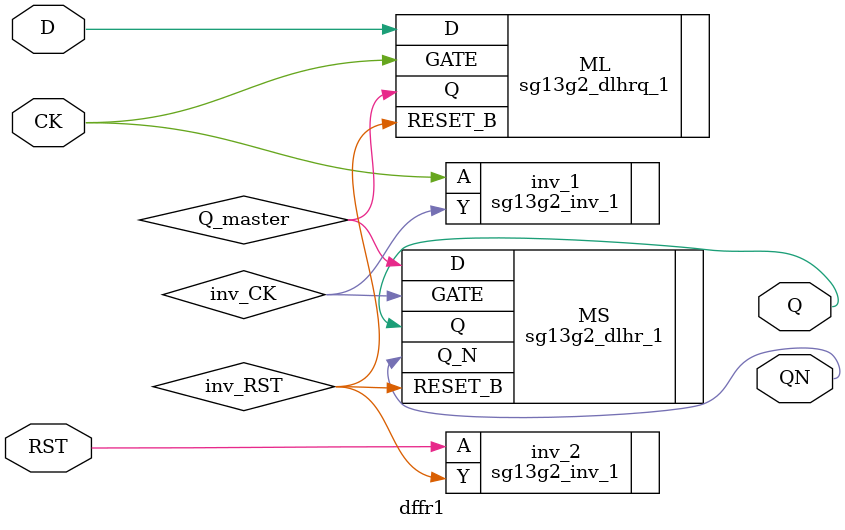
<source format=v>

module dffr(RST, CK, D, Q, QN);
  input RST, CK, D;
  output Q, QN;
  wire RST, CK, D;
  wire Q, QN;
  wire n_0;
  sg13g2_dfrbp_1 q_reg_reg(.RESET_B (n_0), .CLK (CK), .D (D), .Q (Q), .Q_N (QN));
  //sg13g2_dfrbp_1 q_reg_reg(.RESET_B (RST), .CLK (CK), .D (D), .Q (Q), .Q_N (QN));
  sg13g2_inv_1 g6(.A (RST), .Y (n_0));
endmodule


module dffr1 (
    input RST, // Reset input (active-high)
    input CK,  // Clock Input
    input D,   // Data Input
    output Q,  // Q output
    output QN  // QB output
);

    // Internal signals
    wire Q_master;
    wire inv_CK, inv_RST;

    // Invert CK and RST for latch inputs
    sg13g2_inv_1 inv_1 (.Y(inv_CK), .A(CK));
    sg13g2_inv_1 inv_2 (.Y(inv_RST), .A(RST));

    // Master latch (captures D when CK is high)
    sg13g2_dlhrq_1 ML (
        .Q(Q_master),
        .D(D),
        .RESET_B(inv_RST), // Active-low reset
        .GATE(CK)          // Pass-through when CK = 1
    );

    // Slave latch (holds Q_master when CK is low)
    sg13g2_dlhr_1 MS (
        .Q(Q),
        .Q_N(QN),
        .D(Q_master),
        .RESET_B(inv_RST), // Active-low reset
        .GATE(inv_CK)       // Pass-through when CK = 0
    );

endmodule

</source>
